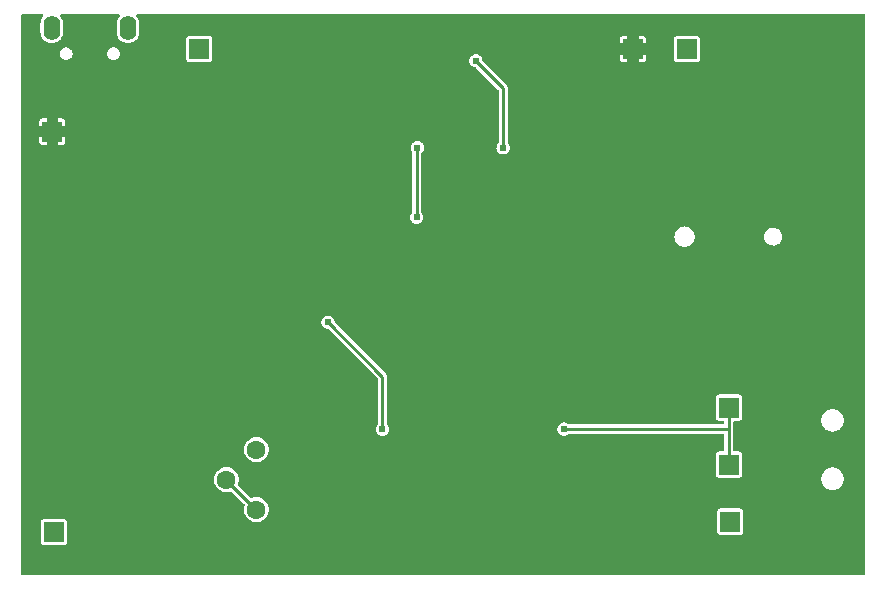
<source format=gbl>
G04 Layer: BottomLayer*
G04 EasyEDA v6.5.51, 2025-09-24 14:11:52*
G04 3cc6f75c99854130816e6aad485a8a88,01ea995e815642bba8bbaaaafbe3517a,10*
G04 Gerber Generator version 0.2*
G04 Scale: 100 percent, Rotated: No, Reflected: No *
G04 Dimensions in millimeters *
G04 leading zeros omitted , absolute positions ,4 integer and 5 decimal *
%FSLAX45Y45*%
%MOMM*%

%ADD10C,0.2540*%
%ADD11R,1.7000X1.7000*%
%ADD12C,1.6000*%
%ADD13O,1.399997X2.099996*%
%ADD14C,0.6096*%
%ADD15C,0.0152*%

%LPD*%
G36*
X736092Y2125878D02*
G01*
X732180Y2126691D01*
X728878Y2128875D01*
X726694Y2132177D01*
X725932Y2136038D01*
X725932Y6863892D01*
X726694Y6867804D01*
X728878Y6871106D01*
X732180Y6873290D01*
X736092Y6874052D01*
X904748Y6874052D01*
X908608Y6873341D01*
X911860Y6871208D01*
X914095Y6867956D01*
X914908Y6864146D01*
X914247Y6860286D01*
X903681Y6845249D01*
X897636Y6833666D01*
X893267Y6821322D01*
X890625Y6808520D01*
X889711Y6795109D01*
X889711Y6725767D01*
X890625Y6712407D01*
X893267Y6699554D01*
X897636Y6687261D01*
X903681Y6675628D01*
X911199Y6664909D01*
X920140Y6655358D01*
X930300Y6647129D01*
X941476Y6640322D01*
X953465Y6635089D01*
X966114Y6631584D01*
X979068Y6629806D01*
X992124Y6629806D01*
X1005128Y6631584D01*
X1017727Y6635089D01*
X1029716Y6640322D01*
X1040892Y6647129D01*
X1051052Y6655358D01*
X1059992Y6664909D01*
X1067511Y6675628D01*
X1073556Y6687261D01*
X1077925Y6699554D01*
X1080566Y6712407D01*
X1081532Y6725767D01*
X1081532Y6795109D01*
X1080566Y6808520D01*
X1077925Y6821322D01*
X1073556Y6833666D01*
X1067511Y6845249D01*
X1056944Y6860286D01*
X1056284Y6864146D01*
X1057148Y6867956D01*
X1059332Y6871208D01*
X1062583Y6873341D01*
X1066444Y6874052D01*
X1549755Y6874052D01*
X1553616Y6873341D01*
X1556867Y6871208D01*
X1559052Y6867956D01*
X1559915Y6864146D01*
X1559255Y6860286D01*
X1548688Y6845249D01*
X1542643Y6833666D01*
X1538274Y6821322D01*
X1535633Y6808520D01*
X1534718Y6795109D01*
X1534718Y6725767D01*
X1535633Y6712407D01*
X1538274Y6699554D01*
X1542643Y6687261D01*
X1548688Y6675628D01*
X1556207Y6664909D01*
X1565148Y6655358D01*
X1575308Y6647129D01*
X1586484Y6640322D01*
X1598472Y6635089D01*
X1611071Y6631584D01*
X1624076Y6629806D01*
X1637131Y6629806D01*
X1650085Y6631584D01*
X1662734Y6635089D01*
X1674723Y6640322D01*
X1685899Y6647129D01*
X1696059Y6655358D01*
X1705000Y6664909D01*
X1712518Y6675628D01*
X1718564Y6687261D01*
X1722932Y6699554D01*
X1725574Y6712407D01*
X1726488Y6725767D01*
X1726488Y6795109D01*
X1725574Y6808520D01*
X1722932Y6821322D01*
X1718564Y6833666D01*
X1712518Y6845249D01*
X1701952Y6860286D01*
X1701292Y6864146D01*
X1702104Y6867956D01*
X1704339Y6871208D01*
X1707591Y6873341D01*
X1711452Y6874052D01*
X7863941Y6874052D01*
X7867802Y6873290D01*
X7871104Y6871106D01*
X7873288Y6867804D01*
X7874101Y6863892D01*
X7874101Y2136038D01*
X7873288Y2132177D01*
X7871104Y2128875D01*
X7867802Y2126691D01*
X7863941Y2125878D01*
G37*

%LPC*%
G36*
X918870Y2378303D02*
G01*
X1087729Y2378303D01*
X1094028Y2379014D01*
X1099515Y2380894D01*
X1104392Y2383993D01*
X1108506Y2388108D01*
X1111605Y2392984D01*
X1113485Y2398471D01*
X1114196Y2404770D01*
X1114196Y2573629D01*
X1113485Y2579928D01*
X1111605Y2585415D01*
X1108506Y2590292D01*
X1104392Y2594406D01*
X1099515Y2597505D01*
X1094028Y2599385D01*
X1087729Y2600096D01*
X918870Y2600096D01*
X912571Y2599385D01*
X907084Y2597505D01*
X902208Y2594406D01*
X898093Y2590292D01*
X894994Y2585415D01*
X893114Y2579928D01*
X892403Y2573629D01*
X892403Y2404770D01*
X893114Y2398471D01*
X894994Y2392984D01*
X898093Y2388108D01*
X902208Y2383993D01*
X907084Y2380894D01*
X912571Y2379014D01*
G37*
G36*
X6646570Y2467203D02*
G01*
X6815429Y2467203D01*
X6821728Y2467914D01*
X6827215Y2469794D01*
X6832092Y2472893D01*
X6836206Y2477008D01*
X6839305Y2481884D01*
X6841185Y2487371D01*
X6841896Y2493670D01*
X6841896Y2662529D01*
X6841185Y2668828D01*
X6839305Y2674315D01*
X6836206Y2679192D01*
X6832092Y2683306D01*
X6827215Y2686405D01*
X6821728Y2688285D01*
X6815429Y2688996D01*
X6646570Y2688996D01*
X6640271Y2688285D01*
X6634784Y2686405D01*
X6629908Y2683306D01*
X6625793Y2679192D01*
X6622694Y2674315D01*
X6620814Y2668828D01*
X6620103Y2662529D01*
X6620103Y2493670D01*
X6620814Y2487371D01*
X6622694Y2481884D01*
X6625793Y2477008D01*
X6629908Y2472893D01*
X6634784Y2469794D01*
X6640271Y2467914D01*
G37*
G36*
X2717800Y2573832D02*
G01*
X2731617Y2574696D01*
X2745181Y2577439D01*
X2758338Y2581859D01*
X2770733Y2588006D01*
X2782265Y2595676D01*
X2792679Y2604820D01*
X2801823Y2615234D01*
X2809494Y2626766D01*
X2815640Y2639161D01*
X2820060Y2652318D01*
X2822803Y2665882D01*
X2823667Y2679700D01*
X2822803Y2693517D01*
X2820060Y2707081D01*
X2815640Y2720238D01*
X2809494Y2732633D01*
X2801823Y2744165D01*
X2792679Y2754579D01*
X2782265Y2763723D01*
X2770733Y2771394D01*
X2758338Y2777540D01*
X2745181Y2781960D01*
X2731617Y2784703D01*
X2717800Y2785567D01*
X2703982Y2784703D01*
X2690418Y2781960D01*
X2681224Y2778861D01*
X2677515Y2778353D01*
X2673908Y2779217D01*
X2670810Y2781300D01*
X2565400Y2886710D01*
X2563317Y2889808D01*
X2562453Y2893415D01*
X2562961Y2897124D01*
X2566060Y2906318D01*
X2568803Y2919882D01*
X2569667Y2933700D01*
X2568803Y2947517D01*
X2566060Y2961081D01*
X2561640Y2974238D01*
X2555494Y2986633D01*
X2547823Y2998165D01*
X2538679Y3008579D01*
X2528265Y3017723D01*
X2516733Y3025394D01*
X2504338Y3031540D01*
X2491181Y3035960D01*
X2477617Y3038703D01*
X2463800Y3039567D01*
X2449982Y3038703D01*
X2436418Y3035960D01*
X2423261Y3031540D01*
X2410866Y3025394D01*
X2399334Y3017723D01*
X2388920Y3008579D01*
X2379776Y2998165D01*
X2372106Y2986633D01*
X2365959Y2974238D01*
X2361539Y2961081D01*
X2358796Y2947517D01*
X2357932Y2933700D01*
X2358796Y2919882D01*
X2361539Y2906318D01*
X2365959Y2893161D01*
X2372106Y2880766D01*
X2379776Y2869234D01*
X2388920Y2858820D01*
X2399334Y2849676D01*
X2410866Y2842006D01*
X2423261Y2835859D01*
X2436418Y2831439D01*
X2449982Y2828696D01*
X2463800Y2827832D01*
X2477617Y2828696D01*
X2491181Y2831439D01*
X2500376Y2834538D01*
X2504084Y2835046D01*
X2507742Y2834233D01*
X2510790Y2832100D01*
X2616200Y2726690D01*
X2618333Y2723642D01*
X2619146Y2719984D01*
X2618638Y2716276D01*
X2615539Y2707081D01*
X2612796Y2693517D01*
X2611932Y2679700D01*
X2612796Y2665882D01*
X2615539Y2652318D01*
X2619959Y2639161D01*
X2626106Y2626766D01*
X2633776Y2615234D01*
X2642920Y2604820D01*
X2653334Y2595676D01*
X2664866Y2588006D01*
X2677261Y2581859D01*
X2690418Y2577439D01*
X2703982Y2574696D01*
G37*
G36*
X7588351Y2845104D02*
G01*
X7601458Y2845104D01*
X7614412Y2846882D01*
X7627010Y2850388D01*
X7639050Y2855620D01*
X7650225Y2862427D01*
X7660386Y2870657D01*
X7669275Y2880258D01*
X7676845Y2890926D01*
X7682890Y2902559D01*
X7687259Y2914853D01*
X7689900Y2927705D01*
X7690815Y2940761D01*
X7689900Y2953816D01*
X7687259Y2966618D01*
X7682890Y2978962D01*
X7676845Y2990545D01*
X7669275Y3001264D01*
X7660386Y3010814D01*
X7650225Y3019094D01*
X7639050Y3025902D01*
X7627010Y3031083D01*
X7614412Y3034639D01*
X7601458Y3036417D01*
X7588351Y3036417D01*
X7575397Y3034639D01*
X7562799Y3031083D01*
X7550810Y3025902D01*
X7539634Y3019094D01*
X7529474Y3010814D01*
X7520533Y3001264D01*
X7513015Y2990545D01*
X7506970Y2978962D01*
X7502601Y2966618D01*
X7499908Y2953816D01*
X7499045Y2940761D01*
X7499908Y2927705D01*
X7502601Y2914853D01*
X7506970Y2902559D01*
X7513015Y2890926D01*
X7520533Y2880258D01*
X7529474Y2870657D01*
X7539634Y2862427D01*
X7550810Y2855620D01*
X7562799Y2850388D01*
X7575397Y2846882D01*
G37*
G36*
X6633870Y2949803D02*
G01*
X6802729Y2949803D01*
X6809028Y2950514D01*
X6814515Y2952394D01*
X6819392Y2955493D01*
X6823506Y2959608D01*
X6826605Y2964484D01*
X6828485Y2969971D01*
X6829196Y2976270D01*
X6829196Y3145129D01*
X6828485Y3151428D01*
X6826605Y3156915D01*
X6823506Y3161792D01*
X6819392Y3165906D01*
X6814515Y3169005D01*
X6809028Y3170885D01*
X6802729Y3171596D01*
X6767068Y3171596D01*
X6763207Y3172358D01*
X6759905Y3174593D01*
X6757670Y3177895D01*
X6756908Y3181756D01*
X6756908Y3422243D01*
X6757670Y3426104D01*
X6759905Y3429406D01*
X6763207Y3431641D01*
X6767068Y3432403D01*
X6802729Y3432403D01*
X6809028Y3433114D01*
X6814515Y3434994D01*
X6819392Y3438093D01*
X6823506Y3442208D01*
X6826605Y3447084D01*
X6828485Y3452571D01*
X6829196Y3458870D01*
X6829196Y3627729D01*
X6828485Y3634028D01*
X6826605Y3639515D01*
X6823506Y3644392D01*
X6819392Y3648506D01*
X6814515Y3651605D01*
X6809028Y3653485D01*
X6802729Y3654196D01*
X6633870Y3654196D01*
X6627571Y3653485D01*
X6622084Y3651605D01*
X6617208Y3648506D01*
X6613093Y3644392D01*
X6609994Y3639515D01*
X6608114Y3634028D01*
X6607403Y3627729D01*
X6607403Y3458870D01*
X6608114Y3452571D01*
X6609994Y3447084D01*
X6613093Y3442208D01*
X6617208Y3438093D01*
X6622084Y3434994D01*
X6627571Y3433114D01*
X6633870Y3432403D01*
X6669531Y3432403D01*
X6673443Y3431641D01*
X6676694Y3429406D01*
X6678930Y3426104D01*
X6679692Y3422243D01*
X6679692Y3410965D01*
X6678930Y3407105D01*
X6676694Y3403803D01*
X6673443Y3401568D01*
X6669531Y3400806D01*
X5366207Y3400806D01*
X5362295Y3401568D01*
X5358993Y3403803D01*
X5357418Y3405378D01*
X5349392Y3411016D01*
X5340451Y3415131D01*
X5331002Y3417671D01*
X5321198Y3418535D01*
X5311394Y3417671D01*
X5301945Y3415131D01*
X5293004Y3411016D01*
X5284978Y3405378D01*
X5278018Y3398418D01*
X5272379Y3390392D01*
X5268264Y3381451D01*
X5265724Y3372002D01*
X5264861Y3362198D01*
X5265724Y3352393D01*
X5268264Y3342944D01*
X5272379Y3334004D01*
X5278018Y3325977D01*
X5284978Y3319018D01*
X5293004Y3313379D01*
X5301945Y3309264D01*
X5311394Y3306724D01*
X5321198Y3305860D01*
X5331002Y3306724D01*
X5340451Y3309264D01*
X5349392Y3313379D01*
X5357418Y3319018D01*
X5358993Y3320592D01*
X5362295Y3322828D01*
X5366207Y3323590D01*
X6669531Y3323590D01*
X6673443Y3322828D01*
X6676694Y3320592D01*
X6678930Y3317341D01*
X6679692Y3313429D01*
X6679692Y3181756D01*
X6678930Y3177895D01*
X6676694Y3174593D01*
X6673443Y3172358D01*
X6669531Y3171596D01*
X6633870Y3171596D01*
X6627571Y3170885D01*
X6622084Y3169005D01*
X6617208Y3165906D01*
X6613093Y3161792D01*
X6609994Y3156915D01*
X6608114Y3151428D01*
X6607403Y3145129D01*
X6607403Y2976270D01*
X6608114Y2969971D01*
X6609994Y2964484D01*
X6613093Y2959608D01*
X6617208Y2955493D01*
X6622084Y2952394D01*
X6627571Y2950514D01*
G37*
G36*
X2717800Y3081832D02*
G01*
X2731617Y3082696D01*
X2745181Y3085439D01*
X2758338Y3089859D01*
X2770733Y3096006D01*
X2782265Y3103676D01*
X2792679Y3112820D01*
X2801823Y3123234D01*
X2809494Y3134766D01*
X2815640Y3147161D01*
X2820060Y3160318D01*
X2822803Y3173882D01*
X2823667Y3187700D01*
X2822803Y3201517D01*
X2820060Y3215081D01*
X2815640Y3228238D01*
X2809494Y3240633D01*
X2801823Y3252165D01*
X2792679Y3262579D01*
X2782265Y3271723D01*
X2770733Y3279394D01*
X2758338Y3285540D01*
X2745181Y3289960D01*
X2731617Y3292703D01*
X2717800Y3293567D01*
X2703982Y3292703D01*
X2690418Y3289960D01*
X2677261Y3285540D01*
X2664866Y3279394D01*
X2653334Y3271723D01*
X2642920Y3262579D01*
X2633776Y3252165D01*
X2626106Y3240633D01*
X2619959Y3228238D01*
X2615539Y3215081D01*
X2612796Y3201517D01*
X2611932Y3187700D01*
X2612796Y3173882D01*
X2615539Y3160318D01*
X2619959Y3147161D01*
X2626106Y3134766D01*
X2633776Y3123234D01*
X2642920Y3112820D01*
X2653334Y3103676D01*
X2664866Y3096006D01*
X2677261Y3089859D01*
X2690418Y3085439D01*
X2703982Y3082696D01*
G37*
G36*
X3784955Y3303828D02*
G01*
X3794709Y3304692D01*
X3804208Y3307232D01*
X3813098Y3311347D01*
X3821176Y3316986D01*
X3828084Y3323945D01*
X3833723Y3331972D01*
X3837889Y3340912D01*
X3840429Y3350361D01*
X3841292Y3360165D01*
X3840429Y3369970D01*
X3837889Y3379419D01*
X3833723Y3388360D01*
X3828084Y3396386D01*
X3826510Y3397961D01*
X3824325Y3401263D01*
X3823563Y3405174D01*
X3823563Y3804767D01*
X3822750Y3812794D01*
X3820566Y3820058D01*
X3817010Y3826713D01*
X3811879Y3832910D01*
X3383279Y4261561D01*
X3381248Y4264456D01*
X3380333Y4267860D01*
X3379622Y4275886D01*
X3377082Y4285335D01*
X3372916Y4294276D01*
X3367278Y4302302D01*
X3360369Y4309262D01*
X3352292Y4314901D01*
X3343401Y4319016D01*
X3333902Y4321556D01*
X3324148Y4322419D01*
X3314344Y4321556D01*
X3304844Y4319016D01*
X3295954Y4314901D01*
X3287928Y4309262D01*
X3280968Y4302302D01*
X3275329Y4294276D01*
X3271164Y4285335D01*
X3268624Y4275886D01*
X3267760Y4266082D01*
X3268624Y4256278D01*
X3271164Y4246829D01*
X3275329Y4237888D01*
X3280968Y4229862D01*
X3287928Y4222902D01*
X3295954Y4217263D01*
X3304844Y4213148D01*
X3314344Y4210608D01*
X3322370Y4209897D01*
X3325774Y4208983D01*
X3328670Y4206951D01*
X3743350Y3792270D01*
X3745534Y3788968D01*
X3746347Y3785057D01*
X3746347Y3405174D01*
X3745534Y3401263D01*
X3743350Y3397961D01*
X3741775Y3396386D01*
X3736136Y3388360D01*
X3731971Y3379419D01*
X3729431Y3369970D01*
X3728567Y3360165D01*
X3729431Y3350361D01*
X3731971Y3340912D01*
X3736136Y3331972D01*
X3741775Y3323945D01*
X3748735Y3316986D01*
X3756761Y3311347D01*
X3765651Y3307232D01*
X3775151Y3304692D01*
G37*
G36*
X7588351Y3339896D02*
G01*
X7601458Y3339896D01*
X7614412Y3341674D01*
X7627010Y3345179D01*
X7639050Y3350412D01*
X7650225Y3357219D01*
X7660386Y3365449D01*
X7669275Y3375050D01*
X7676845Y3385718D01*
X7682890Y3397351D01*
X7687259Y3409645D01*
X7689900Y3422497D01*
X7690815Y3435553D01*
X7689900Y3448608D01*
X7687259Y3461410D01*
X7682890Y3473754D01*
X7676845Y3485337D01*
X7669275Y3496056D01*
X7660386Y3505606D01*
X7650225Y3513886D01*
X7639050Y3520694D01*
X7627010Y3525875D01*
X7614412Y3529431D01*
X7601458Y3531209D01*
X7588351Y3531209D01*
X7575397Y3529431D01*
X7562799Y3525875D01*
X7550810Y3520694D01*
X7539634Y3513886D01*
X7529474Y3505606D01*
X7520533Y3496056D01*
X7513015Y3485337D01*
X7506970Y3473754D01*
X7502601Y3461410D01*
X7499908Y3448608D01*
X7499045Y3435553D01*
X7499908Y3422497D01*
X7502601Y3409645D01*
X7506970Y3397351D01*
X7513015Y3385718D01*
X7520533Y3375050D01*
X7529474Y3365449D01*
X7539634Y3357219D01*
X7550810Y3350412D01*
X7562799Y3345179D01*
X7575397Y3341674D01*
G37*
G36*
X6343294Y4905197D02*
G01*
X6355537Y4906111D01*
X6367475Y4908702D01*
X6378956Y4912969D01*
X6389725Y4918862D01*
X6399530Y4926177D01*
X6408216Y4934864D01*
X6415532Y4944668D01*
X6421424Y4955438D01*
X6425692Y4966919D01*
X6428282Y4978857D01*
X6429197Y4991100D01*
X6428282Y5003342D01*
X6425692Y5015280D01*
X6421424Y5026761D01*
X6415532Y5037531D01*
X6408216Y5047335D01*
X6399530Y5056022D01*
X6389725Y5063337D01*
X6378956Y5069230D01*
X6367475Y5073497D01*
X6355537Y5076088D01*
X6343294Y5077002D01*
X6331051Y5076088D01*
X6319113Y5073497D01*
X6307632Y5069230D01*
X6296863Y5063337D01*
X6287058Y5056022D01*
X6278372Y5047335D01*
X6271056Y5037531D01*
X6265164Y5026761D01*
X6260896Y5015280D01*
X6258306Y5003342D01*
X6257391Y4991100D01*
X6258306Y4978857D01*
X6260896Y4966919D01*
X6265164Y4955438D01*
X6271056Y4944668D01*
X6278372Y4934864D01*
X6287058Y4926177D01*
X6296863Y4918862D01*
X6307632Y4912969D01*
X6319113Y4908702D01*
X6331051Y4906111D01*
G37*
G36*
X7096201Y4915255D02*
G01*
X7107732Y4916627D01*
X7118959Y4919675D01*
X7129576Y4924450D01*
X7139279Y4930749D01*
X7147966Y4938471D01*
X7155383Y4947462D01*
X7161326Y4957419D01*
X7165644Y4968189D01*
X7168286Y4979517D01*
X7169200Y4991100D01*
X7168286Y5002682D01*
X7165644Y5014010D01*
X7161326Y5024780D01*
X7155383Y5034737D01*
X7147966Y5043728D01*
X7139279Y5051450D01*
X7129576Y5057749D01*
X7118959Y5062524D01*
X7107732Y5065572D01*
X7096201Y5066944D01*
X7084618Y5066487D01*
X7073188Y5064252D01*
X7062266Y5060340D01*
X7052056Y5054803D01*
X7042810Y5047742D01*
X7034784Y5039360D01*
X7028078Y5029860D01*
X7022947Y5019446D01*
X7019442Y5008372D01*
X7017664Y4996891D01*
X7017664Y4985308D01*
X7019442Y4973828D01*
X7022947Y4962753D01*
X7028078Y4952339D01*
X7034784Y4942840D01*
X7042810Y4934458D01*
X7052056Y4927396D01*
X7062266Y4921859D01*
X7073188Y4917948D01*
X7084618Y4915712D01*
G37*
G36*
X4074515Y5099862D02*
G01*
X4084269Y5100726D01*
X4093768Y5103266D01*
X4102658Y5107381D01*
X4110736Y5113020D01*
X4117644Y5119979D01*
X4123283Y5128006D01*
X4127449Y5136946D01*
X4129989Y5146395D01*
X4130852Y5156200D01*
X4129989Y5166004D01*
X4127449Y5175453D01*
X4123283Y5184394D01*
X4117644Y5192420D01*
X4116070Y5193995D01*
X4113885Y5197297D01*
X4113123Y5201208D01*
X4113123Y5691479D01*
X4113631Y5694680D01*
X4115104Y5697524D01*
X4124706Y5706973D01*
X4130344Y5715000D01*
X4134510Y5723940D01*
X4137050Y5733389D01*
X4137914Y5743194D01*
X4137050Y5752998D01*
X4134510Y5762447D01*
X4130344Y5771388D01*
X4124706Y5779414D01*
X4117797Y5786374D01*
X4109720Y5792012D01*
X4100829Y5796127D01*
X4091330Y5798667D01*
X4081576Y5799531D01*
X4071772Y5798667D01*
X4062272Y5796127D01*
X4053382Y5792012D01*
X4045356Y5786374D01*
X4038396Y5779414D01*
X4032758Y5771388D01*
X4028592Y5762447D01*
X4026052Y5752998D01*
X4025188Y5743194D01*
X4026052Y5733389D01*
X4028592Y5723940D01*
X4032758Y5715000D01*
X4035399Y5710377D01*
X4035907Y5707329D01*
X4035907Y5201208D01*
X4035094Y5197297D01*
X4032910Y5193995D01*
X4031335Y5192420D01*
X4025696Y5184394D01*
X4021531Y5175453D01*
X4018991Y5166004D01*
X4018127Y5156200D01*
X4018991Y5146395D01*
X4021531Y5136946D01*
X4025696Y5128006D01*
X4031335Y5119979D01*
X4038295Y5113020D01*
X4046321Y5107381D01*
X4055211Y5103266D01*
X4064711Y5100726D01*
G37*
G36*
X4806899Y5686755D02*
G01*
X4816652Y5687618D01*
X4826152Y5690158D01*
X4835042Y5694273D01*
X4843119Y5699912D01*
X4850028Y5706872D01*
X4855667Y5714898D01*
X4859832Y5723839D01*
X4862372Y5733288D01*
X4863236Y5743092D01*
X4862372Y5752896D01*
X4859832Y5762345D01*
X4855667Y5771286D01*
X4850028Y5779312D01*
X4848453Y5780887D01*
X4846269Y5784189D01*
X4845507Y5788101D01*
X4845507Y6248552D01*
X4844694Y6256578D01*
X4842510Y6263843D01*
X4838954Y6270498D01*
X4833823Y6276695D01*
X4635093Y6475425D01*
X4633061Y6478320D01*
X4632147Y6481724D01*
X4631436Y6489750D01*
X4628896Y6499250D01*
X4624781Y6508140D01*
X4619142Y6516217D01*
X4612182Y6523126D01*
X4604156Y6528765D01*
X4595215Y6532930D01*
X4585766Y6535470D01*
X4575962Y6536334D01*
X4566158Y6535470D01*
X4556709Y6532930D01*
X4547768Y6528765D01*
X4539742Y6523126D01*
X4532782Y6516217D01*
X4527143Y6508140D01*
X4523028Y6499250D01*
X4520488Y6489750D01*
X4519625Y6479997D01*
X4520488Y6470192D01*
X4523028Y6460693D01*
X4527143Y6451803D01*
X4532782Y6443776D01*
X4539742Y6436817D01*
X4547768Y6431178D01*
X4556709Y6427012D01*
X4566158Y6424472D01*
X4574184Y6423761D01*
X4577588Y6422847D01*
X4580483Y6420866D01*
X4765294Y6236055D01*
X4767478Y6232753D01*
X4768291Y6228842D01*
X4768291Y5788101D01*
X4767478Y5784189D01*
X4765294Y5780887D01*
X4763719Y5779312D01*
X4758080Y5771286D01*
X4753914Y5762345D01*
X4751374Y5752896D01*
X4750511Y5743092D01*
X4751374Y5733288D01*
X4753914Y5723839D01*
X4758080Y5714898D01*
X4763719Y5706872D01*
X4770678Y5699912D01*
X4778705Y5694273D01*
X4787595Y5690158D01*
X4797094Y5687618D01*
G37*
G36*
X1039469Y5769203D02*
G01*
X1075029Y5769203D01*
X1081328Y5769914D01*
X1086815Y5771794D01*
X1091692Y5774893D01*
X1095806Y5779008D01*
X1098905Y5783884D01*
X1100785Y5789371D01*
X1101496Y5795670D01*
X1101496Y5831230D01*
X1039469Y5831230D01*
G37*
G36*
X906170Y5769203D02*
G01*
X941730Y5769203D01*
X941730Y5831230D01*
X879703Y5831230D01*
X879703Y5795670D01*
X880414Y5789371D01*
X882294Y5783884D01*
X885393Y5779008D01*
X889508Y5774893D01*
X894384Y5771794D01*
X899871Y5769914D01*
G37*
G36*
X879703Y5928969D02*
G01*
X941730Y5928969D01*
X941730Y5990996D01*
X906170Y5990996D01*
X899871Y5990285D01*
X894384Y5988405D01*
X889508Y5985306D01*
X885393Y5981192D01*
X882294Y5976315D01*
X880414Y5970828D01*
X879703Y5964529D01*
G37*
G36*
X1039469Y5928969D02*
G01*
X1101496Y5928969D01*
X1101496Y5964529D01*
X1100785Y5970828D01*
X1098905Y5976315D01*
X1095806Y5981192D01*
X1091692Y5985306D01*
X1086815Y5988405D01*
X1081328Y5990285D01*
X1075029Y5990996D01*
X1039469Y5990996D01*
G37*
G36*
X5821070Y6467703D02*
G01*
X5856630Y6467703D01*
X5856630Y6529730D01*
X5794603Y6529730D01*
X5794603Y6494170D01*
X5795314Y6487871D01*
X5797194Y6482384D01*
X5800293Y6477508D01*
X5804408Y6473393D01*
X5809284Y6470294D01*
X5814771Y6468414D01*
G37*
G36*
X5954369Y6467703D02*
G01*
X5989929Y6467703D01*
X5996228Y6468414D01*
X6001715Y6470294D01*
X6006592Y6473393D01*
X6010706Y6477508D01*
X6013805Y6482384D01*
X6015685Y6487871D01*
X6016396Y6494170D01*
X6016396Y6529730D01*
X5954369Y6529730D01*
G37*
G36*
X6278270Y6467703D02*
G01*
X6447129Y6467703D01*
X6453428Y6468414D01*
X6458915Y6470294D01*
X6463792Y6473393D01*
X6467906Y6477508D01*
X6471005Y6482384D01*
X6472885Y6487871D01*
X6473596Y6494170D01*
X6473596Y6663029D01*
X6472885Y6669328D01*
X6471005Y6674815D01*
X6467906Y6679692D01*
X6463792Y6683806D01*
X6458915Y6686905D01*
X6453428Y6688785D01*
X6447129Y6689496D01*
X6278270Y6689496D01*
X6271971Y6688785D01*
X6266484Y6686905D01*
X6261608Y6683806D01*
X6257493Y6679692D01*
X6254394Y6674815D01*
X6252514Y6669328D01*
X6251803Y6663029D01*
X6251803Y6494170D01*
X6252514Y6487871D01*
X6254394Y6482384D01*
X6257493Y6477508D01*
X6261608Y6473393D01*
X6266484Y6470294D01*
X6271971Y6468414D01*
G37*
G36*
X2150770Y6467703D02*
G01*
X2319629Y6467703D01*
X2325928Y6468414D01*
X2331415Y6470294D01*
X2336292Y6473393D01*
X2340406Y6477508D01*
X2343505Y6482384D01*
X2345385Y6487871D01*
X2346096Y6494170D01*
X2346096Y6663029D01*
X2345385Y6669328D01*
X2343505Y6674815D01*
X2340406Y6679692D01*
X2336292Y6683806D01*
X2331415Y6686905D01*
X2325928Y6688785D01*
X2319629Y6689496D01*
X2150770Y6689496D01*
X2144471Y6688785D01*
X2138984Y6686905D01*
X2134108Y6683806D01*
X2129993Y6679692D01*
X2126894Y6674815D01*
X2125014Y6669328D01*
X2124303Y6663029D01*
X2124303Y6494170D01*
X2125014Y6487871D01*
X2126894Y6482384D01*
X2129993Y6477508D01*
X2134108Y6473393D01*
X2138984Y6470294D01*
X2144471Y6468414D01*
G37*
G36*
X1108100Y6487058D02*
G01*
X1117346Y6487871D01*
X1126337Y6490309D01*
X1134770Y6494221D01*
X1142390Y6499555D01*
X1148994Y6506159D01*
X1154328Y6513779D01*
X1158240Y6522212D01*
X1160678Y6531152D01*
X1161491Y6540449D01*
X1160678Y6549694D01*
X1158240Y6558686D01*
X1154328Y6567119D01*
X1148994Y6574739D01*
X1142390Y6581343D01*
X1134770Y6586677D01*
X1126337Y6590588D01*
X1117346Y6592976D01*
X1108100Y6593789D01*
X1098854Y6592976D01*
X1089863Y6590588D01*
X1081430Y6586677D01*
X1073810Y6581343D01*
X1067206Y6574739D01*
X1061872Y6567119D01*
X1057960Y6558686D01*
X1055522Y6549694D01*
X1054709Y6540449D01*
X1055522Y6531152D01*
X1057960Y6522212D01*
X1061872Y6513779D01*
X1067206Y6506159D01*
X1073810Y6499555D01*
X1081430Y6494221D01*
X1089863Y6490309D01*
X1098854Y6487871D01*
G37*
G36*
X1508099Y6487058D02*
G01*
X1517345Y6487871D01*
X1526336Y6490309D01*
X1534769Y6494221D01*
X1542389Y6499555D01*
X1548993Y6506159D01*
X1554327Y6513779D01*
X1558239Y6522212D01*
X1560677Y6531152D01*
X1561490Y6540449D01*
X1560677Y6549694D01*
X1558239Y6558686D01*
X1554327Y6567119D01*
X1548993Y6574739D01*
X1542389Y6581343D01*
X1534769Y6586677D01*
X1526336Y6590588D01*
X1517345Y6592976D01*
X1508099Y6593789D01*
X1498854Y6592976D01*
X1489862Y6590588D01*
X1481429Y6586677D01*
X1473809Y6581343D01*
X1467205Y6574739D01*
X1461871Y6567119D01*
X1457960Y6558686D01*
X1455521Y6549694D01*
X1454708Y6540449D01*
X1455521Y6531152D01*
X1457960Y6522212D01*
X1461871Y6513779D01*
X1467205Y6506159D01*
X1473809Y6499555D01*
X1481429Y6494221D01*
X1489862Y6490309D01*
X1498854Y6487871D01*
G37*
G36*
X5794603Y6627469D02*
G01*
X5856630Y6627469D01*
X5856630Y6689496D01*
X5821070Y6689496D01*
X5814771Y6688785D01*
X5809284Y6686905D01*
X5804408Y6683806D01*
X5800293Y6679692D01*
X5797194Y6674815D01*
X5795314Y6669328D01*
X5794603Y6663029D01*
G37*
G36*
X5954369Y6627469D02*
G01*
X6016396Y6627469D01*
X6016396Y6663029D01*
X6015685Y6669328D01*
X6013805Y6674815D01*
X6010706Y6679692D01*
X6006592Y6683806D01*
X6001715Y6686905D01*
X5996228Y6688785D01*
X5989929Y6689496D01*
X5954369Y6689496D01*
G37*

%LPD*%
D10*
X5905502Y6578602D02*
G01*
X5905502Y6239410D01*
X4754526Y5088435D01*
X3784932Y3360168D02*
G01*
X3784932Y3805278D01*
X3324125Y4266084D01*
X6718302Y3362200D02*
G01*
X6718302Y3543302D01*
X6718302Y3060702D02*
G01*
X6718302Y3362200D01*
X6718302Y3362200D02*
G01*
X5321200Y3362200D01*
X4806876Y5743094D02*
G01*
X4806876Y6249062D01*
X4575964Y6479974D01*
X4074492Y5156202D02*
G01*
X4074492Y5736135D01*
X4081553Y5743196D01*
X2717802Y2679702D02*
G01*
X2463802Y2933702D01*
D11*
G01*
X990600Y5880100D03*
G01*
X2235200Y6578600D03*
G01*
X5905500Y6578600D03*
G01*
X6362700Y6578600D03*
G01*
X1003300Y2489200D03*
G01*
X6718300Y3543300D03*
G01*
X6718300Y3060700D03*
G01*
X6731000Y2578100D03*
D12*
G01*
X2463800Y2933700D03*
G01*
X2717800Y2679700D03*
G01*
X2717800Y3187700D03*
D13*
G01*
X985596Y6760463D03*
G01*
X1630603Y6760463D03*
D14*
G01*
X4754524Y5088432D03*
G01*
X3784930Y3360165D03*
G01*
X3324123Y4266082D03*
G01*
X5321198Y3362197D03*
G01*
X4575962Y6479971D03*
G01*
X4806873Y5743092D03*
G01*
X4074490Y5156200D03*
G01*
X4081551Y5743194D03*
M02*

</source>
